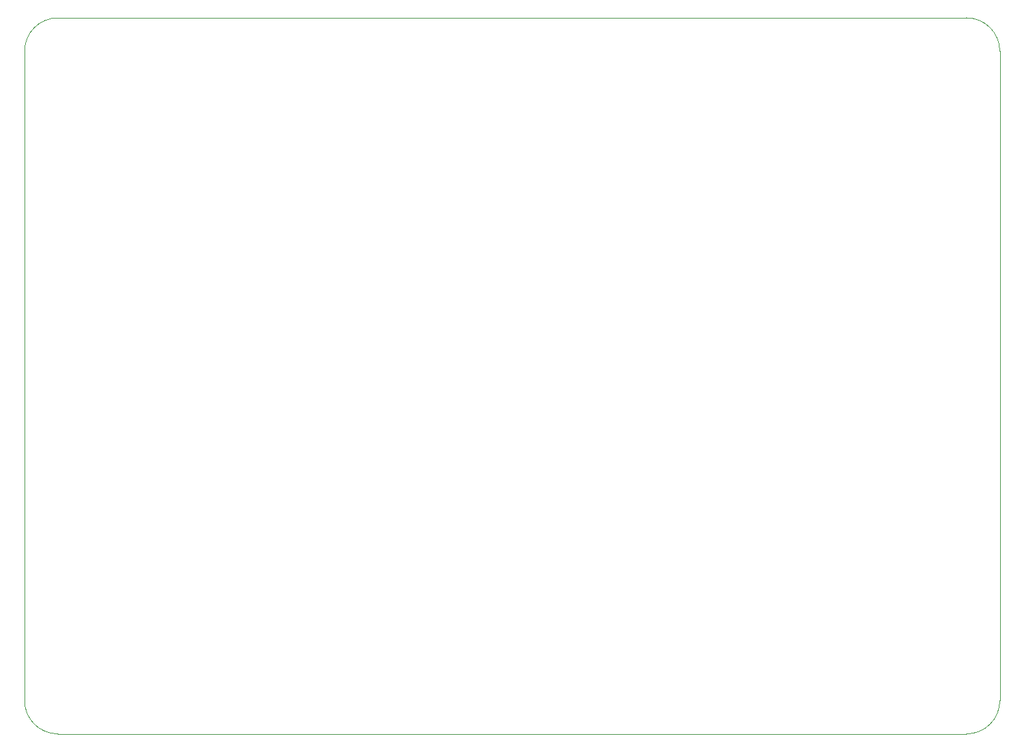
<source format=gm1>
%TF.GenerationSoftware,KiCad,Pcbnew,8.0.8*%
%TF.CreationDate,2025-03-22T13:34:13-05:00*%
%TF.ProjectId,ControllerPCB,436f6e74-726f-46c6-9c65-725043422e6b,rev?*%
%TF.SameCoordinates,Original*%
%TF.FileFunction,Profile,NP*%
%FSLAX46Y46*%
G04 Gerber Fmt 4.6, Leading zero omitted, Abs format (unit mm)*
G04 Created by KiCad (PCBNEW 8.0.8) date 2025-03-22 13:34:13*
%MOMM*%
%LPD*%
G01*
G04 APERTURE LIST*
%TA.AperFunction,Profile*%
%ADD10C,0.050000*%
%TD*%
G04 APERTURE END LIST*
D10*
X206250000Y-145000000D02*
G75*
G02*
X202000000Y-149250000I-4250000J0D01*
G01*
X86000000Y-149250000D02*
G75*
G02*
X81750000Y-145000000I0J4250000D01*
G01*
X81750000Y-62000000D02*
G75*
G02*
X86000000Y-57750000I4250000J0D01*
G01*
X202000000Y-57750000D02*
G75*
G02*
X206250000Y-62000000I0J-4250000D01*
G01*
X86000000Y-149250000D02*
X202000000Y-149250000D01*
X81750000Y-62000000D02*
X81750000Y-145000000D01*
X202000000Y-57750000D02*
X86000000Y-57750000D01*
X206250000Y-145000000D02*
X206250000Y-62000000D01*
M02*

</source>
